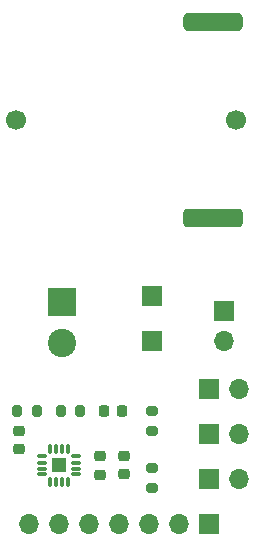
<source format=gbr>
%TF.GenerationSoftware,KiCad,Pcbnew,(6.0.7)*%
%TF.CreationDate,2022-11-28T20:00:57-08:00*%
%TF.ProjectId,max98357-amp,6d617839-3833-4353-972d-616d702e6b69,rev?*%
%TF.SameCoordinates,Original*%
%TF.FileFunction,Soldermask,Top*%
%TF.FilePolarity,Negative*%
%FSLAX46Y46*%
G04 Gerber Fmt 4.6, Leading zero omitted, Abs format (unit mm)*
G04 Created by KiCad (PCBNEW (6.0.7)) date 2022-11-28 20:00:57*
%MOMM*%
%LPD*%
G01*
G04 APERTURE LIST*
G04 Aperture macros list*
%AMRoundRect*
0 Rectangle with rounded corners*
0 $1 Rounding radius*
0 $2 $3 $4 $5 $6 $7 $8 $9 X,Y pos of 4 corners*
0 Add a 4 corners polygon primitive as box body*
4,1,4,$2,$3,$4,$5,$6,$7,$8,$9,$2,$3,0*
0 Add four circle primitives for the rounded corners*
1,1,$1+$1,$2,$3*
1,1,$1+$1,$4,$5*
1,1,$1+$1,$6,$7*
1,1,$1+$1,$8,$9*
0 Add four rect primitives between the rounded corners*
20,1,$1+$1,$2,$3,$4,$5,0*
20,1,$1+$1,$4,$5,$6,$7,0*
20,1,$1+$1,$6,$7,$8,$9,0*
20,1,$1+$1,$8,$9,$2,$3,0*%
G04 Aperture macros list end*
%ADD10R,1.700000X1.700000*%
%ADD11O,1.700000X1.700000*%
%ADD12RoundRect,0.225000X-0.225000X-0.250000X0.225000X-0.250000X0.225000X0.250000X-0.225000X0.250000X0*%
%ADD13RoundRect,0.200000X0.275000X-0.200000X0.275000X0.200000X-0.275000X0.200000X-0.275000X-0.200000X0*%
%ADD14RoundRect,0.225000X0.250000X-0.225000X0.250000X0.225000X-0.250000X0.225000X-0.250000X-0.225000X0*%
%ADD15R,2.400000X2.400000*%
%ADD16C,2.400000*%
%ADD17C,1.700000*%
%ADD18RoundRect,0.400000X-2.100000X-0.400000X2.100000X-0.400000X2.100000X0.400000X-2.100000X0.400000X0*%
%ADD19RoundRect,0.320000X-2.180000X-0.480000X2.180000X-0.480000X2.180000X0.480000X-2.180000X0.480000X0*%
%ADD20RoundRect,0.075000X0.075000X-0.325000X0.075000X0.325000X-0.075000X0.325000X-0.075000X-0.325000X0*%
%ADD21RoundRect,0.075000X0.325000X-0.075000X0.325000X0.075000X-0.325000X0.075000X-0.325000X-0.075000X0*%
%ADD22R,1.230000X1.230000*%
%ADD23RoundRect,0.200000X0.200000X0.275000X-0.200000X0.275000X-0.200000X-0.275000X0.200000X-0.275000X0*%
%ADD24RoundRect,0.225000X-0.250000X0.225000X-0.250000X-0.225000X0.250000X-0.225000X0.250000X0.225000X0*%
%ADD25RoundRect,0.200000X-0.200000X-0.275000X0.200000X-0.275000X0.200000X0.275000X-0.200000X0.275000X0*%
G04 APERTURE END LIST*
D10*
%TO.C,J1*%
X146304000Y-119126000D03*
D11*
X143764000Y-119126000D03*
X141224000Y-119126000D03*
X138684000Y-119126000D03*
X136144000Y-119126000D03*
X133604000Y-119126000D03*
X131064000Y-119126000D03*
%TD*%
D12*
%TO.C,C4*%
X137414000Y-109601000D03*
X138964000Y-109601000D03*
%TD*%
D10*
%TO.C,J6*%
X141478000Y-103632000D03*
%TD*%
D13*
%TO.C,R2*%
X141478000Y-111252000D03*
X141478000Y-109602000D03*
%TD*%
D14*
%TO.C,C1*%
X139065000Y-114935000D03*
X139065000Y-113385000D03*
%TD*%
D10*
%TO.C,J3*%
X146304000Y-111506000D03*
D11*
X148844000Y-111506000D03*
%TD*%
D15*
%TO.C,J7*%
X133858000Y-100330000D03*
D16*
X133858000Y-103830000D03*
%TD*%
D13*
%TO.C,R1*%
X141478000Y-116078000D03*
X141478000Y-114428000D03*
%TD*%
D17*
%TO.C,S1*%
X148557000Y-84931992D03*
X129964200Y-84931992D03*
D18*
X146674000Y-76632000D03*
D19*
X146674000Y-93232000D03*
%TD*%
D20*
%TO.C,U1*%
X132811000Y-115595000D03*
X133311000Y-115595000D03*
X133811000Y-115595000D03*
X134341000Y-115595000D03*
D21*
X135001000Y-114935000D03*
X135001000Y-114435000D03*
X135001000Y-113935000D03*
X135001000Y-113405000D03*
D20*
X134341000Y-112745000D03*
X133811000Y-112745000D03*
X133311000Y-112745000D03*
X132811000Y-112745000D03*
D21*
X132151000Y-113405000D03*
X132151000Y-113935000D03*
X132151000Y-114435000D03*
X132151000Y-114935000D03*
D22*
X133576000Y-114170000D03*
%TD*%
D10*
%TO.C,J5*%
X141478000Y-99822000D03*
%TD*%
D14*
%TO.C,C2*%
X137033000Y-114961000D03*
X137033000Y-113411000D03*
%TD*%
D23*
%TO.C,FB2*%
X131699000Y-109601000D03*
X130049000Y-109601000D03*
%TD*%
D10*
%TO.C,J2*%
X146304000Y-115316000D03*
D11*
X148844000Y-115316000D03*
%TD*%
D24*
%TO.C,C3*%
X130175000Y-111252000D03*
X130175000Y-112802000D03*
%TD*%
D25*
%TO.C,FB1*%
X133731000Y-109601000D03*
X135381000Y-109601000D03*
%TD*%
D10*
%TO.C,J8*%
X147574000Y-101087000D03*
D11*
X147574000Y-103627000D03*
%TD*%
D10*
%TO.C,J4*%
X146304000Y-107696000D03*
D11*
X148844000Y-107696000D03*
%TD*%
M02*

</source>
